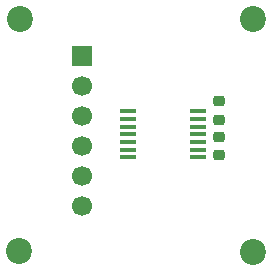
<source format=gbr>
%TF.GenerationSoftware,KiCad,Pcbnew,9.0.5*%
%TF.CreationDate,2025-12-22T22:05:16-05:00*%
%TF.ProjectId,as5047p-atsm_breakout,61733530-3437-4702-9d61-74736d5f6272,rev?*%
%TF.SameCoordinates,Original*%
%TF.FileFunction,Soldermask,Top*%
%TF.FilePolarity,Negative*%
%FSLAX46Y46*%
G04 Gerber Fmt 4.6, Leading zero omitted, Abs format (unit mm)*
G04 Created by KiCad (PCBNEW 9.0.5) date 2025-12-22 22:05:16*
%MOMM*%
%LPD*%
G01*
G04 APERTURE LIST*
G04 Aperture macros list*
%AMRoundRect*
0 Rectangle with rounded corners*
0 $1 Rounding radius*
0 $2 $3 $4 $5 $6 $7 $8 $9 X,Y pos of 4 corners*
0 Add a 4 corners polygon primitive as box body*
4,1,4,$2,$3,$4,$5,$6,$7,$8,$9,$2,$3,0*
0 Add four circle primitives for the rounded corners*
1,1,$1+$1,$2,$3*
1,1,$1+$1,$4,$5*
1,1,$1+$1,$6,$7*
1,1,$1+$1,$8,$9*
0 Add four rect primitives between the rounded corners*
20,1,$1+$1,$2,$3,$4,$5,0*
20,1,$1+$1,$4,$5,$6,$7,0*
20,1,$1+$1,$6,$7,$8,$9,0*
20,1,$1+$1,$8,$9,$2,$3,0*%
G04 Aperture macros list end*
%ADD10C,2.200000*%
%ADD11R,1.700000X1.700000*%
%ADD12C,1.700000*%
%ADD13R,1.475000X0.450000*%
%ADD14RoundRect,0.225000X-0.250000X0.225000X-0.250000X-0.225000X0.250000X-0.225000X0.250000X0.225000X0*%
%ADD15RoundRect,0.225000X0.250000X-0.225000X0.250000X0.225000X-0.250000X0.225000X-0.250000X-0.225000X0*%
G04 APERTURE END LIST*
D10*
%TO.C,H3*%
X132726625Y-74786846D03*
%TD*%
%TO.C,H1*%
X152494313Y-74797660D03*
%TD*%
%TO.C,H4*%
X152453527Y-94473245D03*
%TD*%
D11*
%TO.C,J1*%
X138000000Y-77960000D03*
D12*
X138000000Y-80500000D03*
X138000000Y-83040000D03*
X138000000Y-85580000D03*
X138000000Y-88120000D03*
X138000000Y-90660000D03*
%TD*%
D13*
%TO.C,IC2*%
X141924000Y-82600000D03*
X141924000Y-83250000D03*
X141924000Y-83900000D03*
X141924000Y-84550000D03*
X141924000Y-85200000D03*
X141924000Y-85850000D03*
X141924000Y-86500000D03*
X147800000Y-86500000D03*
X147800000Y-85850000D03*
X147800000Y-85200000D03*
X147800000Y-84550000D03*
X147800000Y-83900000D03*
X147800000Y-83250000D03*
X147800000Y-82600000D03*
%TD*%
D14*
%TO.C,C12*%
X149600000Y-84750000D03*
X149600000Y-86300000D03*
%TD*%
D10*
%TO.C,H2*%
X132718281Y-94462431D03*
%TD*%
D15*
%TO.C,C13*%
X149600000Y-83300000D03*
X149600000Y-81750000D03*
%TD*%
M02*

</source>
